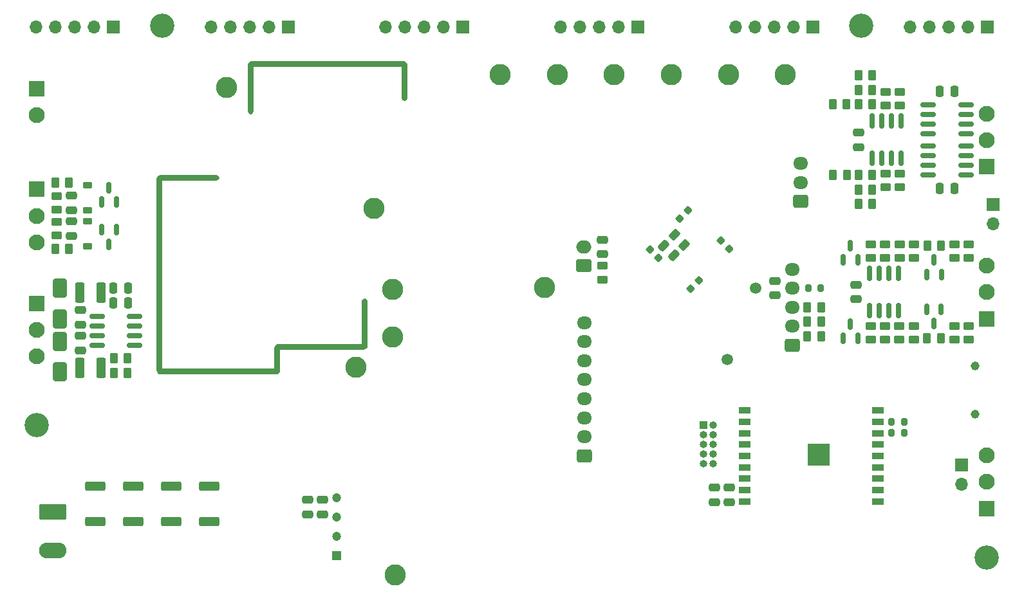
<source format=gbs>
G04 #@! TF.GenerationSoftware,KiCad,Pcbnew,8.0.7*
G04 #@! TF.CreationDate,2025-01-22T18:34:57+01:00*
G04 #@! TF.ProjectId,STM32_GateSignalGenerator,53544d33-325f-4476-9174-655369676e61,rev?*
G04 #@! TF.SameCoordinates,Original*
G04 #@! TF.FileFunction,Soldermask,Bot*
G04 #@! TF.FilePolarity,Negative*
%FSLAX46Y46*%
G04 Gerber Fmt 4.6, Leading zero omitted, Abs format (unit mm)*
G04 Created by KiCad (PCBNEW 8.0.7) date 2025-01-22 18:34:57*
%MOMM*%
%LPD*%
G01*
G04 APERTURE LIST*
G04 Aperture macros list*
%AMRoundRect*
0 Rectangle with rounded corners*
0 $1 Rounding radius*
0 $2 $3 $4 $5 $6 $7 $8 $9 X,Y pos of 4 corners*
0 Add a 4 corners polygon primitive as box body*
4,1,4,$2,$3,$4,$5,$6,$7,$8,$9,$2,$3,0*
0 Add four circle primitives for the rounded corners*
1,1,$1+$1,$2,$3*
1,1,$1+$1,$4,$5*
1,1,$1+$1,$6,$7*
1,1,$1+$1,$8,$9*
0 Add four rect primitives between the rounded corners*
20,1,$1+$1,$2,$3,$4,$5,0*
20,1,$1+$1,$4,$5,$6,$7,0*
20,1,$1+$1,$6,$7,$8,$9,0*
20,1,$1+$1,$8,$9,$2,$3,0*%
G04 Aperture macros list end*
%ADD10C,0.561000*%
%ADD11R,2.100000X2.100000*%
%ADD12C,2.100000*%
%ADD13R,1.700000X1.700000*%
%ADD14O,1.700000X1.700000*%
%ADD15C,2.800000*%
%ADD16RoundRect,0.250000X0.725000X-0.600000X0.725000X0.600000X-0.725000X0.600000X-0.725000X-0.600000X0*%
%ADD17O,1.950000X1.700000*%
%ADD18C,3.200000*%
%ADD19RoundRect,0.250000X0.750000X-0.600000X0.750000X0.600000X-0.750000X0.600000X-0.750000X-0.600000X0*%
%ADD20O,2.000000X1.700000*%
%ADD21RoundRect,0.249999X-1.550001X0.790001X-1.550001X-0.790001X1.550001X-0.790001X1.550001X0.790001X0*%
%ADD22O,3.600000X2.080000*%
%ADD23R,1.200000X1.200000*%
%ADD24C,1.200000*%
%ADD25R,1.000000X1.000000*%
%ADD26O,1.000000X1.000000*%
%ADD27C,1.020000*%
%ADD28RoundRect,0.250000X0.450000X-0.262500X0.450000X0.262500X-0.450000X0.262500X-0.450000X-0.262500X0*%
%ADD29RoundRect,0.200000X-0.200000X-0.275000X0.200000X-0.275000X0.200000X0.275000X-0.200000X0.275000X0*%
%ADD30RoundRect,0.250000X0.262500X0.450000X-0.262500X0.450000X-0.262500X-0.450000X0.262500X-0.450000X0*%
%ADD31RoundRect,0.250000X0.475000X-0.250000X0.475000X0.250000X-0.475000X0.250000X-0.475000X-0.250000X0*%
%ADD32RoundRect,0.150000X0.150000X-0.825000X0.150000X0.825000X-0.150000X0.825000X-0.150000X-0.825000X0*%
%ADD33RoundRect,0.150000X0.150000X-0.587500X0.150000X0.587500X-0.150000X0.587500X-0.150000X-0.587500X0*%
%ADD34RoundRect,0.250000X1.075000X-0.362500X1.075000X0.362500X-1.075000X0.362500X-1.075000X-0.362500X0*%
%ADD35RoundRect,0.250000X0.375000X1.075000X-0.375000X1.075000X-0.375000X-1.075000X0.375000X-1.075000X0*%
%ADD36C,1.500000*%
%ADD37RoundRect,0.150000X-0.150000X0.587500X-0.150000X-0.587500X0.150000X-0.587500X0.150000X0.587500X0*%
%ADD38RoundRect,0.250000X-0.262500X-0.450000X0.262500X-0.450000X0.262500X0.450000X-0.262500X0.450000X0*%
%ADD39RoundRect,0.250000X-0.475000X0.250000X-0.475000X-0.250000X0.475000X-0.250000X0.475000X0.250000X0*%
%ADD40RoundRect,0.250000X-0.503814X-0.132583X-0.132583X-0.503814X0.503814X0.132583X0.132583X0.503814X0*%
%ADD41RoundRect,0.250000X-0.450000X0.262500X-0.450000X-0.262500X0.450000X-0.262500X0.450000X0.262500X0*%
%ADD42RoundRect,0.225000X0.375000X-0.225000X0.375000X0.225000X-0.375000X0.225000X-0.375000X-0.225000X0*%
%ADD43RoundRect,0.250000X-0.250000X-0.475000X0.250000X-0.475000X0.250000X0.475000X-0.250000X0.475000X0*%
%ADD44RoundRect,0.225000X-0.335876X-0.017678X-0.017678X-0.335876X0.335876X0.017678X0.017678X0.335876X0*%
%ADD45RoundRect,0.225000X0.335876X0.017678X0.017678X0.335876X-0.335876X-0.017678X-0.017678X-0.335876X0*%
%ADD46RoundRect,0.225000X-0.017678X0.335876X-0.335876X0.017678X0.017678X-0.335876X0.335876X-0.017678X0*%
%ADD47R,1.500000X0.900000*%
%ADD48C,0.600000*%
%ADD49R,2.900000X2.900000*%
%ADD50RoundRect,0.200000X0.200000X0.275000X-0.200000X0.275000X-0.200000X-0.275000X0.200000X-0.275000X0*%
%ADD51RoundRect,0.225000X-0.375000X0.225000X-0.375000X-0.225000X0.375000X-0.225000X0.375000X0.225000X0*%
%ADD52RoundRect,0.250000X-0.375000X-1.075000X0.375000X-1.075000X0.375000X1.075000X-0.375000X1.075000X0*%
%ADD53RoundRect,0.250000X-0.650000X1.000000X-0.650000X-1.000000X0.650000X-1.000000X0.650000X1.000000X0*%
%ADD54RoundRect,0.250000X0.250000X0.475000X-0.250000X0.475000X-0.250000X-0.475000X0.250000X-0.475000X0*%
%ADD55RoundRect,0.225000X0.017678X-0.335876X0.335876X-0.017678X-0.017678X0.335876X-0.335876X0.017678X0*%
%ADD56RoundRect,0.150000X-0.825000X-0.150000X0.825000X-0.150000X0.825000X0.150000X-0.825000X0.150000X0*%
%ADD57RoundRect,0.250000X0.650000X-1.000000X0.650000X1.000000X-0.650000X1.000000X-0.650000X-1.000000X0*%
%ADD58RoundRect,0.150000X0.825000X0.150000X-0.825000X0.150000X-0.825000X-0.150000X0.825000X-0.150000X0*%
%ADD59RoundRect,0.250000X-0.512652X-0.159099X-0.159099X-0.512652X0.512652X0.159099X0.159099X0.512652X0*%
G04 APERTURE END LIST*
D10*
X209403000Y-117862500D02*
G75*
G02*
X208842000Y-117862500I-280500J0D01*
G01*
X208842000Y-117862500D02*
G75*
G02*
X209403000Y-117862500I280500J0D01*
G01*
X209403000Y-124212500D02*
G75*
G02*
X208842000Y-124212500I-280500J0D01*
G01*
X208842000Y-124212500D02*
G75*
G02*
X209403000Y-124212500I280500J0D01*
G01*
D11*
X85652500Y-109607500D03*
D12*
X85652500Y-113107500D03*
X85652500Y-116607500D03*
D13*
X164750000Y-73215000D03*
D14*
X162210000Y-73215000D03*
X159670000Y-73215000D03*
X157130000Y-73215000D03*
X154590000Y-73215000D03*
D15*
X176642500Y-79497500D03*
D11*
X85652500Y-94617500D03*
D12*
X85652500Y-98117500D03*
X85652500Y-101617500D03*
D15*
X110633064Y-81222500D03*
X130033064Y-97122500D03*
X154142500Y-79497500D03*
D16*
X185072500Y-115147500D03*
D17*
X185072500Y-112647500D03*
X185072500Y-110147500D03*
X185072500Y-107647500D03*
X185072500Y-105147500D03*
D15*
X161642500Y-79497500D03*
X132852500Y-145397500D03*
D18*
X102150000Y-73115000D03*
D15*
X152455000Y-107490000D03*
D19*
X157642500Y-104687500D03*
D20*
X157642500Y-102187500D03*
D16*
X157712500Y-129677500D03*
D17*
X157712500Y-127177500D03*
X157712500Y-124677500D03*
X157712500Y-122177500D03*
X157712500Y-119677500D03*
X157712500Y-117177500D03*
X157712500Y-114677500D03*
X157712500Y-112177500D03*
D13*
X95750000Y-73215000D03*
D14*
X93210000Y-73215000D03*
X90670000Y-73215000D03*
X88130000Y-73215000D03*
X85590000Y-73215000D03*
D15*
X146642500Y-79497500D03*
X132483064Y-107822500D03*
D13*
X118750000Y-73215000D03*
D14*
X116210000Y-73215000D03*
X113670000Y-73215000D03*
X111130000Y-73215000D03*
X108590000Y-73215000D03*
D15*
X184142500Y-79497500D03*
D16*
X186127500Y-96207500D03*
D17*
X186127500Y-93707500D03*
X186127500Y-91207500D03*
D15*
X127655000Y-117990000D03*
D11*
X85660000Y-81375000D03*
D12*
X85660000Y-84875000D03*
D18*
X85650000Y-125615000D03*
X210650000Y-143115000D03*
D21*
X87760000Y-137077500D03*
D22*
X87760000Y-142157500D03*
D11*
X210642500Y-111647500D03*
D12*
X210642500Y-108147500D03*
X210642500Y-104647500D03*
D18*
X194150000Y-73115000D03*
D13*
X187750000Y-73215000D03*
D14*
X185210000Y-73215000D03*
X182670000Y-73215000D03*
X180130000Y-73215000D03*
X177590000Y-73215000D03*
D13*
X207295000Y-130915000D03*
D14*
X207295000Y-133455000D03*
D13*
X210750000Y-73215000D03*
D14*
X208210000Y-73215000D03*
X205670000Y-73215000D03*
X203130000Y-73215000D03*
X200590000Y-73215000D03*
D15*
X169142500Y-79497500D03*
D23*
X125122500Y-142797500D03*
D24*
X125122500Y-140257500D03*
X125122500Y-137717500D03*
X125122500Y-135177500D03*
D13*
X211502500Y-96632500D03*
D14*
X211502500Y-99172500D03*
D25*
X173355000Y-125675000D03*
D26*
X174625000Y-125675000D03*
X173355000Y-126945000D03*
X174625000Y-126945000D03*
X173355000Y-128215000D03*
X174625000Y-128215000D03*
X173355000Y-129485000D03*
X174625000Y-129485000D03*
X173355000Y-130755000D03*
X174625000Y-130755000D03*
D27*
X209122500Y-124212500D03*
X209122500Y-117862500D03*
D15*
X132483064Y-114072500D03*
D13*
X141750000Y-73215000D03*
D14*
X139210000Y-73215000D03*
X136670000Y-73215000D03*
X134130000Y-73215000D03*
X131590000Y-73215000D03*
D11*
X210612500Y-136637500D03*
D12*
X210612500Y-133137500D03*
X210612500Y-129637500D03*
D11*
X210632500Y-91637500D03*
D12*
X210632500Y-88137500D03*
X210632500Y-84637500D03*
D28*
X195362500Y-114412500D03*
X195362500Y-112587500D03*
D29*
X187177500Y-107647500D03*
X188827500Y-107647500D03*
D30*
X195595000Y-96527500D03*
X193770000Y-96527500D03*
D31*
X174850000Y-135795000D03*
X174850000Y-133895000D03*
D32*
X199367500Y-90552500D03*
X198097500Y-90552500D03*
X196827500Y-90552500D03*
X195557500Y-90552500D03*
X195557500Y-85602500D03*
X196827500Y-85602500D03*
X198097500Y-85602500D03*
X199367500Y-85602500D03*
D30*
X195597500Y-92722500D03*
X193772500Y-92722500D03*
D33*
X193672500Y-103907500D03*
X191772500Y-103907500D03*
X192722500Y-102032500D03*
D31*
X160087500Y-103137500D03*
X160087500Y-101237500D03*
D33*
X193662500Y-114197500D03*
X191762500Y-114197500D03*
X192712500Y-112322500D03*
D34*
X98387851Y-138337500D03*
X98387851Y-133712500D03*
X108387851Y-138337500D03*
X108387851Y-133712500D03*
D35*
X94127500Y-108182500D03*
X91327500Y-108182500D03*
D30*
X97615000Y-118782500D03*
X95790000Y-118782500D03*
D36*
X180255000Y-107590000D03*
D37*
X202765000Y-110420000D03*
X204665000Y-110420000D03*
X203715000Y-112295000D03*
D38*
X88097500Y-102437500D03*
X89922500Y-102437500D03*
D30*
X195600000Y-81517500D03*
X193775000Y-81517500D03*
D39*
X121312500Y-135477500D03*
X121312500Y-137377500D03*
D28*
X208271881Y-114400000D03*
X208271881Y-112575000D03*
D40*
X169542549Y-100628971D03*
X170833019Y-101919441D03*
D41*
X201062500Y-112587500D03*
X201062500Y-114412500D03*
D42*
X92342500Y-102097500D03*
X92342500Y-98797500D03*
D43*
X204482500Y-81697500D03*
X206382500Y-81697500D03*
D30*
X195600000Y-83417500D03*
X193775000Y-83417500D03*
X188855000Y-113927500D03*
X187030000Y-113927500D03*
D31*
X176810000Y-135805000D03*
X176810000Y-133905000D03*
D44*
X166326980Y-102575282D03*
X167422996Y-103671298D03*
D28*
X160097500Y-106510000D03*
X160097500Y-104685000D03*
D38*
X202840000Y-101997500D03*
X204665000Y-101997500D03*
D45*
X176799232Y-102426790D03*
X175703216Y-101330774D03*
D46*
X171368652Y-97356834D03*
X170272636Y-98452850D03*
D47*
X178800000Y-135715000D03*
X178800000Y-134215000D03*
X178800000Y-132715000D03*
X178800000Y-131215000D03*
X178800000Y-129715000D03*
X178800000Y-128215000D03*
X178800000Y-126715000D03*
X178800000Y-125215000D03*
X178800000Y-123715000D03*
X196300000Y-123715000D03*
X196300000Y-125215000D03*
X196300000Y-126715000D03*
X196300000Y-128215000D03*
X196300000Y-129715000D03*
X196300000Y-131215000D03*
X196300000Y-132715000D03*
X196300000Y-134215000D03*
X196300000Y-135715000D03*
D48*
X187410000Y-128965000D03*
X187410000Y-130065000D03*
X187960000Y-128415000D03*
X187960000Y-129515000D03*
X187960000Y-130615000D03*
X188510000Y-128965000D03*
D49*
X188510000Y-129515000D03*
D48*
X188510000Y-130065000D03*
X189060000Y-128415000D03*
X189060000Y-129515000D03*
X189060000Y-130615000D03*
X189610000Y-128965000D03*
X189610000Y-130065000D03*
D41*
X197272500Y-101825000D03*
X197272500Y-103650000D03*
D50*
X199760000Y-125245000D03*
X198110000Y-125245000D03*
D39*
X90212500Y-95437500D03*
X90212500Y-97337500D03*
D32*
X199022500Y-110592500D03*
X197752500Y-110592500D03*
X196482500Y-110592500D03*
X195212500Y-110592500D03*
X195212500Y-105642500D03*
X196482500Y-105642500D03*
X197752500Y-105642500D03*
X199022500Y-105642500D03*
D30*
X188855000Y-110127500D03*
X187030000Y-110127500D03*
D31*
X91427500Y-115807500D03*
X91427500Y-113907500D03*
D36*
X176555000Y-116990000D03*
D33*
X96142500Y-96252500D03*
X94242500Y-96252500D03*
X95192500Y-94377500D03*
D39*
X193767500Y-87147500D03*
X193767500Y-89047500D03*
D28*
X197317500Y-83610000D03*
X197317500Y-81785000D03*
D51*
X92342500Y-94097500D03*
X92342500Y-97397500D03*
D52*
X91327500Y-118132500D03*
X94127500Y-118132500D03*
D41*
X199172500Y-101822500D03*
X199172500Y-103647500D03*
D53*
X88702500Y-107657500D03*
X88702500Y-111657500D03*
D38*
X88090000Y-93737500D03*
X89915000Y-93737500D03*
D50*
X199760000Y-126705000D03*
X198110000Y-126705000D03*
D41*
X208282500Y-101817500D03*
X208282500Y-103642500D03*
D39*
X91427500Y-110507500D03*
X91427500Y-112407500D03*
D41*
X88287500Y-95500000D03*
X88287500Y-97325000D03*
D39*
X193432500Y-107177500D03*
X193432500Y-109077500D03*
D41*
X197317500Y-92537500D03*
X197317500Y-94362500D03*
D28*
X199162500Y-114412500D03*
X199162500Y-112587500D03*
D31*
X90212500Y-100737500D03*
X90212500Y-98837500D03*
D41*
X197262500Y-112587500D03*
X197262500Y-114412500D03*
D30*
X195605000Y-79617500D03*
X193780000Y-79617500D03*
D54*
X206392500Y-94457500D03*
X204492500Y-94457500D03*
D37*
X94242500Y-99942500D03*
X96142500Y-99942500D03*
X95192500Y-101817500D03*
D38*
X202802500Y-114227500D03*
X204627500Y-114227500D03*
D43*
X95752500Y-109557500D03*
X97652500Y-109557500D03*
D55*
X171715134Y-107715949D03*
X172811150Y-106619933D03*
D34*
X93387851Y-138337500D03*
X93387851Y-133712500D03*
D30*
X195597500Y-94622500D03*
X193772500Y-94622500D03*
X192245000Y-92722500D03*
X190420000Y-92722500D03*
D33*
X204682500Y-105802500D03*
X202782500Y-105802500D03*
X203732500Y-103927500D03*
D28*
X206371881Y-114410000D03*
X206371881Y-112585000D03*
D56*
X202967500Y-87277500D03*
X202967500Y-86007500D03*
X202967500Y-84737500D03*
X202967500Y-83467500D03*
X207917500Y-83467500D03*
X207917500Y-84737500D03*
X207917500Y-86007500D03*
X207917500Y-87277500D03*
D41*
X206382500Y-101817500D03*
X206382500Y-103642500D03*
D30*
X188855000Y-112027500D03*
X187030000Y-112027500D03*
D34*
X103387851Y-138337500D03*
X103387851Y-133712500D03*
D43*
X95752500Y-107582500D03*
X97652500Y-107582500D03*
D28*
X201072500Y-103647500D03*
X201072500Y-101822500D03*
X88282500Y-100690000D03*
X88282500Y-98865000D03*
D41*
X199217500Y-81782500D03*
X199217500Y-83607500D03*
D57*
X88702500Y-118657500D03*
X88702500Y-114657500D03*
D56*
X202967500Y-92682500D03*
X202967500Y-91412500D03*
X202967500Y-90142500D03*
X202967500Y-88872500D03*
X207917500Y-88872500D03*
X207917500Y-90142500D03*
X207917500Y-91412500D03*
X207917500Y-92682500D03*
D39*
X123272500Y-135477500D03*
X123272500Y-137377500D03*
D31*
X182822500Y-108567500D03*
X182822500Y-106667500D03*
D58*
X98577500Y-111327500D03*
X98577500Y-112597500D03*
X98577500Y-113867500D03*
X98577500Y-115137500D03*
X93627500Y-115137500D03*
X93627500Y-113867500D03*
X93627500Y-112597500D03*
X93627500Y-111327500D03*
D41*
X195372500Y-101825000D03*
X195372500Y-103650000D03*
D28*
X199217500Y-94365000D03*
X199217500Y-92540000D03*
D30*
X97615000Y-116882500D03*
X95790000Y-116882500D03*
D59*
X168158388Y-101988384D03*
X169501890Y-103331886D03*
D30*
X192200000Y-83417500D03*
X190375000Y-83417500D03*
G36*
X109308260Y-92721517D02*
G01*
X109495950Y-92771808D01*
X109496178Y-92771940D01*
X109633624Y-92909386D01*
X109633756Y-92909614D01*
X109684064Y-93097368D01*
X109684064Y-93097632D01*
X109633756Y-93285386D01*
X109633624Y-93285614D01*
X109496178Y-93423060D01*
X109495950Y-93423192D01*
X109308260Y-93473483D01*
X109308130Y-93473500D01*
X102184064Y-93473500D01*
X102184064Y-118221500D01*
X116932064Y-118221500D01*
X116932064Y-115472451D01*
X116932074Y-115472353D01*
X116970162Y-115280866D01*
X116970238Y-115280684D01*
X117078734Y-115118310D01*
X117078874Y-115118170D01*
X117241248Y-115009674D01*
X117241430Y-115009598D01*
X117432917Y-114971510D01*
X117433015Y-114971500D01*
X128432064Y-114971500D01*
X128432064Y-109347434D01*
X128432081Y-109347304D01*
X128482372Y-109159614D01*
X128482504Y-109159386D01*
X128619950Y-109021940D01*
X128620178Y-109021808D01*
X128807932Y-108971500D01*
X128808196Y-108971500D01*
X128995950Y-109021808D01*
X128996178Y-109021940D01*
X129133624Y-109159386D01*
X129133756Y-109159614D01*
X129184047Y-109347304D01*
X129184064Y-109347434D01*
X129184064Y-115222549D01*
X129184054Y-115222647D01*
X129145966Y-115414134D01*
X129145890Y-115414316D01*
X129037394Y-115576690D01*
X129037254Y-115576830D01*
X128874880Y-115685326D01*
X128874698Y-115685402D01*
X128683211Y-115723490D01*
X128683113Y-115723500D01*
X117684064Y-115723500D01*
X117684064Y-118472549D01*
X117684054Y-118472647D01*
X117645966Y-118664134D01*
X117645890Y-118664316D01*
X117537394Y-118826690D01*
X117537254Y-118826830D01*
X117374880Y-118935326D01*
X117374698Y-118935402D01*
X117183211Y-118973490D01*
X117183113Y-118973500D01*
X101933015Y-118973500D01*
X101932917Y-118973490D01*
X101741430Y-118935402D01*
X101741248Y-118935326D01*
X101578874Y-118826830D01*
X101578734Y-118826690D01*
X101470238Y-118664316D01*
X101470162Y-118664134D01*
X101432074Y-118472647D01*
X101432064Y-118472549D01*
X101432064Y-93222451D01*
X101432074Y-93222353D01*
X101470162Y-93030866D01*
X101470238Y-93030684D01*
X101578734Y-92868310D01*
X101578874Y-92868170D01*
X101741248Y-92759674D01*
X101741430Y-92759598D01*
X101932917Y-92721510D01*
X101933015Y-92721500D01*
X109308130Y-92721500D01*
X109308260Y-92721517D01*
G37*
G36*
X133934174Y-77722721D02*
G01*
X134122161Y-77760113D01*
X134126307Y-77761830D01*
X134284714Y-77867676D01*
X134287887Y-77870849D01*
X134393733Y-78029256D01*
X134395450Y-78033401D01*
X134432843Y-78221388D01*
X134433064Y-78223632D01*
X134433064Y-82595986D01*
X134432672Y-82598962D01*
X134383621Y-82782022D01*
X134380645Y-82787178D01*
X134247742Y-82920081D01*
X134242586Y-82923057D01*
X134061040Y-82971702D01*
X134055088Y-82971702D01*
X133873541Y-82923057D01*
X133868385Y-82920081D01*
X133735482Y-82787178D01*
X133732506Y-82782022D01*
X133683456Y-82598962D01*
X133683064Y-82595986D01*
X133683064Y-78972500D01*
X133658285Y-78847925D01*
X133658064Y-78845682D01*
X133658064Y-78497501D01*
X133658063Y-78497500D01*
X133309881Y-78497500D01*
X133307638Y-78497279D01*
X133183063Y-78472500D01*
X114683065Y-78472500D01*
X114558490Y-78497279D01*
X114556247Y-78497500D01*
X114208065Y-78497500D01*
X114208064Y-78497501D01*
X114208064Y-78845682D01*
X114207843Y-78847925D01*
X114183064Y-78972500D01*
X114183064Y-84345986D01*
X114182672Y-84348962D01*
X114133621Y-84532022D01*
X114130645Y-84537178D01*
X113997742Y-84670081D01*
X113992586Y-84673057D01*
X113811040Y-84721702D01*
X113805088Y-84721702D01*
X113623541Y-84673057D01*
X113618385Y-84670081D01*
X113485482Y-84537178D01*
X113482506Y-84532022D01*
X113433456Y-84348962D01*
X113433064Y-84345986D01*
X113433064Y-78223632D01*
X113433285Y-78221389D01*
X113470677Y-78033402D01*
X113472394Y-78029256D01*
X113578240Y-77870849D01*
X113581413Y-77867676D01*
X113739820Y-77761830D01*
X113743966Y-77760113D01*
X113931954Y-77722721D01*
X113934197Y-77722500D01*
X133931931Y-77722500D01*
X133934174Y-77722721D01*
G37*
M02*

</source>
